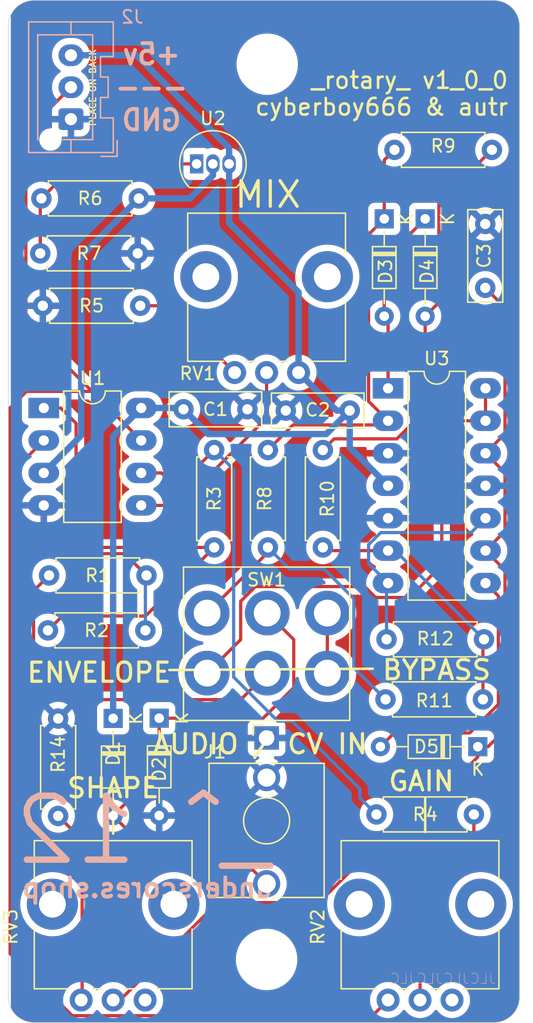
<source format=kicad_pcb>
(kicad_pcb (version 20221018) (generator pcbnew)
  (title_block (title "_rotary_") (date "2022-12-16") (rev "v0_1_2"))
  (layers (0 "F.Cu" signal) (31 "B.Cu" signal) (34 "B.Paste" user) (35 "F.Paste" user) (36 "B.SilkS" user "B.Silkscreen") (37 "F.SilkS" user "F.Silkscreen") (38 "B.Mask" user) (39 "F.Mask" user) (44 "Edge.Cuts" user))
  (net 0 "")
  (net 1 "GND")
  (net 2 "+5V")
  (net 3 "Net-(D5-K)")
  (net 4 "Net-(R2-Pad2)")
  (net 5 "Net-(R4-Pad2)")
  (net 6 "Net-(R5-Pad1)")
  (net 7 "+2.5V")
  (net 9 "Net-(D1-A)")
  (net 10 "Net-(D3-K)")
  (net 11 "Net-(D3-A)")
  (net 12 "Net-(D4-A)")
  (net 13 "Net-(D5-A)")
  (net 14 "Net-(J2-Pin_2)")
  (net 15 "Net-(U1A--)")
  (net 16 "Net-(SW1B-B)")
  (net 17 "Net-(U1B--)")
  (net 18 "Net-(U2-ADJ)")
  (net 19 "Net-(SW1A-A)")
  (net 20 "Net-(U3B--)")
  (net 21 "Net-(U3C-+)")
  (net 22 "Net-(R14-Pad2)")
  (net 23 "Net-(U1B-+)")
  (net 25 "Net-(SW1A-C)")
  (net 26 "Net-(SW1B-A)")
  (footprint "lib_fp:Jack_3.5mm_QingPu_WQP-PJ398SM_Vertical_CircularHoles" (layer "F.Cu") (at 100 117.72)
    (fp_text reference "J1" (at -4.03 1.08 180) (layer "F.SilkS"))
    (fp_text value "mono_jack_3.5mm")
    (pad "S" thru_hole rect (at 0 0 180) (size 1.93 1.83) (drill 1.22) (layers "*.Cu" "*.Mask") (net 1 "GND"))
    (pad "T" thru_hole circle (at 0 11.4 180) (size 2.13 2.13) (drill 1.43) (layers "*.Cu" "*.Mask") (net 9 "Net-(D1-A)"))
    (pad "TN" thru_hole circle (at 0 3.1 180) (size 2.13 2.13) (drill 1.42) (layers "*.Cu" "*.Mask") (net 1 "GND"))
  )
  (footprint "Resistor_THT:R_Axial_DIN0207_L6.3mm_D2.5mm_P7.62mm_Horizontal" (layer "F.Cu") (at 110 71.7)
    (fp_text reference "R9" (at 3.81 -0.3) (layer "F.SilkS"))
    (fp_text value "10k")
    (pad "1" thru_hole circle (at 0 0) (size 1.6 1.6) (drill 0.8) (layers "*.Cu" "*.Mask") (net 10 "Net-(D3-K)"))
    (pad "2" thru_hole oval (at 7.62 0) (size 1.6 1.6) (drill 0.8) (layers "*.Cu" "*.Mask") (net 12 "Net-(D4-A)"))
  )
  (footprint "Resistor_THT:R_Axial_DIN0207_L6.3mm_D2.5mm_P7.62mm_Horizontal" (layer "F.Cu") (at 109.3 114.7)
    (fp_text reference "R11" (at 3.81 0.1) (layer "F.SilkS"))
    (fp_text value "20k")
    (pad "1" thru_hole circle (at 0 0) (size 1.6 1.6) (drill 0.8) (layers "*.Cu" "*.Mask") (net 19 "Net-(SW1A-A)"))
    (pad "2" thru_hole oval (at 7.62 0) (size 1.6 1.6) (drill 0.8) (layers "*.Cu" "*.Mask") (net 20 "Net-(U3B--)"))
  )
  (footprint "Capacitor_THT:C_Disc_D7.0mm_W2.5mm_P5.00mm" (layer "F.Cu") (at 98.5 92 180)
    (fp_text reference "C1" (at 2.5 0) (layer "F.SilkS"))
    (fp_text value "0.1u")
    (pad "1" thru_hole circle (at 0 0 180) (size 1.6 1.6) (drill 0.8) (layers "*.Cu" "*.Mask") (net 1 "GND"))
    (pad "2" thru_hole circle (at 5 0 180) (size 1.6 1.6) (drill 0.8) (layers "*.Cu" "*.Mask") (net 2 "+5V"))
  )
  (footprint "Resistor_THT:R_Axial_DIN0207_L6.3mm_D2.5mm_P7.62mm_Horizontal" (layer "F.Cu") (at 104.4 95.19 -90)
    (fp_text reference "R10" (at 3.81 -0.35 90) (layer "F.SilkS"))
    (fp_text value "10k")
    (pad "1" thru_hole circle (at 0 0 270) (size 1.6 1.6) (drill 0.8) (layers "*.Cu" "*.Mask") (net 12 "Net-(D4-A)"))
    (pad "2" thru_hole oval (at 7.62 0 270) (size 1.6 1.6) (drill 0.8) (layers "*.Cu" "*.Mask") (net 20 "Net-(U3B--)"))
  )
  (footprint "Capacitor_THT:C_Disc_D7.0mm_W2.5mm_P5.00mm" (layer "F.Cu") (at 117.1 82.5 90)
    (fp_text reference "C3" (at 2.5 -0.1 90) (layer "F.SilkS"))
    (fp_text value "1u")
    (pad "1" thru_hole circle (at 0 0 90) (size 1.6 1.6) (drill 0.8) (layers "*.Cu" "*.Mask") (net 3 "Net-(D5-K)"))
    (pad "2" thru_hole circle (at 5 0 90) (size 1.6 1.6) (drill 0.8) (layers "*.Cu" "*.Mask") (net 1 "GND"))
  )
  (footprint "Resistor_THT:R_Axial_DIN0207_L6.3mm_D2.5mm_P7.62mm_Horizontal" (layer "F.Cu") (at 117 110 180)
    (fp_text reference "R12" (at 3.81 0.05) (layer "F.SilkS"))
    (fp_text value "20k")
    (pad "1" thru_hole circle (at 0 0 180) (size 1.6 1.6) (drill 0.8) (layers "*.Cu" "*.Mask") (net 20 "Net-(U3B--)"))
    (pad "2" thru_hole oval (at 7.62 0 180) (size 1.6 1.6) (drill 0.8) (layers "*.Cu" "*.Mask") (net 21 "Net-(U3C-+)"))
  )
  (footprint "MountingHole:MountingHole_4.3mm_M4" (layer "F.Cu") (at 100 135.05)
    (fp_text reference "REF**" hide)
    (fp_text value "MountingHole_4.3mm_M4" hide)
    (pad "" np_thru_hole circle (at 0 0) (size 4.3 4.3) (drill 4.3) (layers "*.Cu" "*.Mask"))
  )
  (footprint "Resistor_THT:R_Axial_DIN0207_L6.3mm_D2.5mm_P7.62mm_Horizontal" (layer "F.Cu") (at 95.9 102.81 90)
    (fp_text reference "R3" (at 3.81 0 90) (layer "F.SilkS"))
    (fp_text value "1k")
    (pad "1" thru_hole circle (at 0 0 90) (size 1.6 1.6) (drill 0.8) (layers "*.Cu" "*.Mask") (net 4 "Net-(R2-Pad2)"))
    (pad "2" thru_hole oval (at 7.62 0 90) (size 1.6 1.6) (drill 0.8) (layers "*.Cu" "*.Mask") (net 17 "Net-(U1B--)"))
  )
  (footprint "lib_fp:Potentiometer_Vertical_Large" (layer "F.Cu") (at 90.5 138.225 90)
    (fp_text reference "RV3" (at 5.725 -10.5 90) (layer "F.SilkS"))
    (fp_text value "100k")
    (pad "" np_thru_hole circle (at 7.5 -7.25 90) (size 4 4) (drill 2.1) (layers "F&B.Cu" "*.Mask"))
    (pad "" np_thru_hole circle (at 7.5 2.25 90) (size 4 4) (drill 2.1) (layers "F&B.Cu" "*.Mask"))
    (pad "1" thru_hole circle (at 0 0 90) (size 1.8 1.8) (drill 1) (layers "*.Cu" "*.Mask"))
    (pad "2" thru_hole circle (at 0 -2.5 90) (size 1.8 1.8) (drill 1) (layers "*.Cu" "*.Mask") (net 3 "Net-(D5-K)"))
    (pad "3" thru_hole circle (at 0 -5 90) (size 1.8 1.8) (drill 1) (layers "*.Cu" "*.Mask") (net 22 "Net-(R14-Pad2)"))
  )
  (footprint "Diode_THT:D_DO-34_SOD68_P7.62mm_Horizontal" (layer "F.Cu") (at 112.4 77.1 -90)
    (fp_text reference "D4" (at 4.12 -0.15 90) (layer "F.SilkS"))
    (fp_text value "1n4148")
    (fp_text user "K" (at 0 -1.75 90) (layer "F.SilkS"))
    (pad "1" thru_hole rect (at 0 0 270) (size 1.5 1.5) (drill 0.75) (layers "*.Cu" "*.Mask") (net 11 "Net-(D3-A)"))
    (pad "2" thru_hole oval (at 7.62 0 270) (size 1.5 1.5) (drill 0.75) (layers "*.Cu" "*.Mask") (net 12 "Net-(D4-A)"))
  )
  (footprint "Capacitor_THT:C_Disc_D7.0mm_W2.5mm_P5.00mm" (layer "F.Cu") (at 101.5 92.1)
    (fp_text reference "C2" (at 2.5 -0.05) (layer "F.SilkS"))
    (fp_text value "0.1u")
    (pad "1" thru_hole circle (at 0 0) (size 1.6 1.6) (drill 0.8) (layers "*.Cu" "*.Mask") (net 1 "GND"))
    (pad "2" thru_hole circle (at 5 0) (size 1.6 1.6) (drill 0.8) (layers "*.Cu" "*.Mask") (net 2 "+5V"))
  )
  (footprint "Package_DIP:DIP-8_W7.62mm_LongPads" (layer "F.Cu") (at 82.575 91.9)
    (fp_text reference "U1" (at 3.81 -2.33) (layer "F.SilkS"))
    (fp_text value "TLV2372")
    (pad "1" thru_hole rect (at 0 0) (size 2.4 1.6) (drill 0.8) (layers "*.Cu" "*.Mask") (net 4 "Net-(R2-Pad2)"))
    (pad "2" thru_hole oval (at 0 2.54) (size 2.4 1.6) (drill 0.8) (layers "*.Cu" "*.Mask") (net 15 "Net-(U1A--)"))
    (pad "3" thru_hole oval (at 0 5.08) (size 2.4 1.6) (drill 0.8) (layers "*.Cu" "*.Mask") (net 7 "+2.5V"))
    (pad "4" thru_hole oval (at 0 7.62) (size 2.4 1.6) (drill 0.8) (layers "*.Cu" "*.Mask") (net 1 "GND"))
    (pad "5" thru_hole oval (at 7.62 7.62) (size 2.4 1.6) (drill 0.8) (layers "*.Cu" "*.Mask") (net 23 "Net-(U1B-+)"))
    (pad "6" thru_hole oval (at 7.62 5.08) (size 2.4 1.6) (drill 0.8) (layers "*.Cu" "*.Mask") (net 17 "Net-(U1B--)"))
    (pad "7" thru_hole oval (at 7.62 2.54) (size 2.4 1.6) (drill 0.8) (layers "*.Cu" "*.Mask") (net 14 "Net-(J2-Pin_2)"))
    (pad "8" thru_hole oval (at 7.62 0) (size 2.4 1.6) (drill 0.8) (layers "*.Cu" "*.Mask") (net 2 "+5V"))
  )
  (footprint "Resistor_THT:R_Axial_DIN0207_L6.3mm_D2.5mm_P7.62mm_Horizontal" (layer "F.Cu") (at 100.1 102.81 90)
    (fp_text reference "R8" (at 3.81 -0.25 90) (layer "F.SilkS"))
    (fp_text value "10k")
    (pad "1" thru_hole circle (at 0 0 90) (size 1.6 1.6) (drill 0.8) (layers "*.Cu" "*.Mask") (net 19 "Net-(SW1A-A)"))
    (pad "2" thru_hole oval (at 7.62 0 90) (size 1.6 1.6) (drill 0.8) (layers "*.Cu" "*.Mask") (net 10 "Net-(D3-K)"))
  )
  (footprint "MountingHole:MountingHole_4.3mm_M4" (layer "F.Cu") (at 100.05 65)
    (fp_text reference "REF**" hide)
    (fp_text value "MountingHole_4.3mm_M4" hide)
    (pad "" np_thru_hole circle (at 0 0) (size 4.3 4.3) (drill 4.3) (layers "*.Cu" "*.Mask"))
  )
  (footprint "Resistor_THT:R_Axial_DIN0207_L6.3mm_D2.5mm_P7.62mm_Horizontal" (layer "F.Cu") (at 83.7 116.2 -90)
    (fp_text reference "R14" (at 2.8 0 90) (layer "F.SilkS"))
    (fp_text value "10k")
    (pad "1" thru_hole circle (at 0 0 270) (size 1.6 1.6) (drill 0.8) (layers "*.Cu" "*.Mask") (net 1 "GND"))
    (pad "2" thru_hole oval (at 7.62 0 270) (size 1.6 1.6) (drill 0.8) (layers "*.Cu" "*.Mask") (net 22 "Net-(R14-Pad2)"))
  )
  (footprint "Resistor_THT:R_Axial_DIN0207_L6.3mm_D2.5mm_P7.62mm_Horizontal" (layer "F.Cu") (at 82.99 105)
    (fp_text reference "R1" (at 3.8 0) (layer "F.SilkS"))
    (fp_text value "1k")
    (pad "1" thru_hole circle (at 0 0) (size 1.6 1.6) (drill 0.8) (layers "*.Cu" "*.Mask") (net 16 "Net-(SW1B-B)"))
    (pad "2" thru_hole oval (at 7.62 0) (size 1.6 1.6) (drill 0.8) (layers "*.Cu" "*.Mask") (net 15 "Net-(U1A--)"))
  )
  (footprint "Package_TO_SOT_THT:TO-92_Inline" (layer "F.Cu") (at 94.53 72.8)
    (fp_text reference "U2" (at 1.27 -3.56) (layer "F.SilkS"))
    (fp_text value "LM317")
    (pad "1" thru_hole rect (at 0 0) (size 1.05 1.5) (drill 0.75) (layers "*.Cu" "*.Mask") (net 18 "Net-(U2-ADJ)"))
    (pad "2" thru_hole oval (at 1.27 0) (size 1.05 1.5) (drill 0.75) (layers "*.Cu" "*.Mask") (net 7 "+2.5V"))
    (pad "3" thru_hole oval (at 2.54 0) (size 1.05 1.5) (drill 0.75) (layers "*.Cu" "*.Mask") (net 2 "+5V"))
  )
  (footprint "lib_fp:dpdt_mini_toggle_switch_tayda" (layer "F.Cu") (at 100 100.845)
    (fp_text reference "SW1" (at 0 4.5) (layer "F.SilkS"))
    (fp_text value "SW_DPDT_x2")
    (pad "1" thru_hole circle (at -4.65 7.1) (size 3.5 3.5) (drill 2.1) (layers "*.Cu" "*.Mask") (net 19 "Net-(SW1A-A)"))
    (pad "2" thru_hole circle (at 0.05 7.1) (size 3.5 3.5) (drill 2.1) (layers "*.Cu" "*.Mask") (net 9 "Net-(D1-A)"))
    (pad "3" thru_hole circle (at 4.75 7.1) (size 3.5 3.5) (drill 2.1) (layers "*.Cu" "*.Mask") (net 25 "Net-(SW1A-C)"))
    (pad "4" thru_hole circle (at -4.65 11.8) (size 3.5 3.5) (drill 2.1) (layers "*.Cu" "*.Mask") (net 26 "Net-(SW1B-A)"))
    (pad "5" thru_hole circle (at 0.05 11.8) (size 3.5 3.5) (drill 2.1) (layers "*.Cu" "*.Mask") (net 16 "Net-(SW1B-B)"))
    (pad "6" thru_hole circle (at 4.75 11.8) (size 3.5 3.5) (drill 2.1) (layers "*.Cu" "*.Mask") (net 25 "Net-(SW1A-C)"))
  )
  (footprint "Diode_THT:D_DO-34_SOD68_P7.62mm_Horizontal" (layer "F.Cu") (at 109.2 77.1 -90)
    (fp_text reference "D3" (at 4.12 -0.1 90) (layer "F.SilkS"))
    (fp_text value "1n4148")
    (fp_text user "K" (at 0 -1.75 90) (layer "F.SilkS"))
    (pad "1" thru_hole rect (at 0 0 270) (size 1.5 1.5) (drill 0.75) (layers "*.Cu" "*.Mask") (net 10 "Net-(D3-K)"))
    (pad "2" thru_hole oval (at 7.62 0 270) (size 1.5 1.5) (drill 0.75) (layers "*.Cu" "*.Mask") (net 11 "Net-(D3-A)"))
  )
  (footprint "Resistor_THT:R_Axial_DIN0207_L6.3mm_D2.5mm_P7.62mm_Horizontal" (layer "F.Cu") (at 90.12 83.9 180)
    (fp_text reference "R5" (at 3.81 0) (layer "F.SilkS"))
    (fp_text value "1k")
    (pad "1" thru_hole circle (at 0 0 180) (size 1.6 1.6) (drill 0.8) (layers "*.Cu" "*.Mask") (net 6 "Net-(R5-Pad1)"))
    (pad "2" thru_hole oval (at 7.62 0 180) (size 1.6 1.6) (drill 0.8) (layers "*.Cu" "*.Mask") (net 1 "GND"))
  )
  (footprint "Diode_THT:D_DO-34_SOD68_P7.62mm_Horizontal" (layer "F.Cu") (at 116.52 118.4 180)
    (fp_text reference "D5" (at 4.02 0) (layer "F.SilkS"))
    (fp_text value "1n4148")
    (fp_text user "K" (at 0 -1.75) (layer "F.SilkS"))
    (pad "1" thru_hole rect (at 0 0 180) (size 1.5 1.5) (drill 0.75) (layers "*.Cu" "*.Mask") (net 3 "Net-(D5-K)"))
    (pad "2" thru_hole oval (at 7.62 0 180) (size 1.5 1.5) (drill 0.75) (layers "*.Cu" "*.Mask") (net 13 "Net-(D5-A)"))
  )
  (footprint "lib_fp:Potentiometer_Vertical_Large" (layer "F.Cu") (at 114.5 138.225 90)
    (fp_text reference "RV2" (at 5.725 -10.5 90) (layer "F.SilkS"))
    (fp_text value "5k_trim")
    (pad "" np_thru_hole circle (at 7.5 -7.25 90) (size 4 4) (drill 2.1) (layers "F&B.Cu" "*.Mask"))
    (pad "" np_thru_hole circle (at 7.5 2.25 90) (size 4 4) (drill 2.1) (layers "F&B.Cu" "*.Mask"))
    (pad "1" thru_hole circle (at 0 0 90) (size 1.8 1.8) (drill 1) (layers "*.Cu" "*.Mask"))
    (pad "2" thru_hole circle (at 0 -2.5 90) (size 1.8 1.8) (drill 1) (layers "*.Cu" "*.Mask") (net 5 "Net-(R4-Pad2)"))
    (pad "3" thru_hole circle (at 0 -5 90) (size 1.8 1.8) (drill 1) (layers "*.Cu" "*.Mask") (net 14 "Net-(J2-Pin_2)"))
  )
  (footprint "Resistor_THT:R_Axial_DIN0207_L6.3mm_D2.5mm_P7.62mm_Horizontal" (layer "F.Cu") (at 90.01 75.5 180)
    (fp_text reference "R6" (at 3.81 0) (layer "F.SilkS"))
    (fp_text value "100")
    (pad "1" thru_hole circle (at 0 0 180) (size 1.6 1.6) (drill 0.8) (layers "*.Cu" "*.Mask") (net 7 "+2.5V"))
    (pad "2" thru_hole oval (at 7.62 0 180) (size 1.6 1.6) (drill 0.8) (layers "*.Cu" "*.Mask") (net 18 "Net-(U2-ADJ)"))
  )
  (footprint "Package_DIP:DIP-14_W7.62mm_LongPads" (layer "F.Cu") (at 109.5 90.36)
    (fp_text reference "U3" (at 3.81 -2.33) (layer "F.SilkS"))
    (fp_text value "TLV2374")
    (pad "1" thru_hole rect (at 0 0) (size 2.4 1.6) (drill 0.8) (layers "*.Cu" "*.Mask") (net 11 "Net-(D3-A)"))
    (pad "2" thru_hole oval (at 0 2.54) (size 2.4 1.6) (drill 0.8) (layers "*.Cu" "*.Mask") (net 10 "Net-(D3-K)"))
    (pad "3" thru_hole oval (at 0 5.08) (size 2.4 1.6) (drill 0.8) (layers "*.Cu" "*.Mask") (net 1 "GND"))
    (pad "4" thru_hole oval (at 0 7.62) (size 2.4 1.6) (drill 0.8) (layers "*.Cu" "*.Mask") (net 2 "+5V"))
    (pad "5" thru_hole oval (at 0 10.16) (size 2.4 1.6) (drill 0.8) (layers "*.Cu" "*.Mask") (net 1 "GND"))
    (pad "6" thru_hole oval (at 0 12.7) (size 2.4 1.6) (drill 0.8) (layers "*.Cu" "*.Mask") (net 20 "Net-(U3B--)"))
    (pad "7" thru_hole oval (at 0 15.24) (size 2.4 1.6) (drill 0.8) (layers "*.Cu" "*.Mask") (net 21 "Net-(U3C-+)"))
    (pad "8" thru_hole oval (at 7.62 15.24) (size 2.4 1.6) (drill 0.8) (layers "*.Cu" "*.Mask") (net 13 "Net-(D5-A)"))
    (pad "9" thru_hole oval (at 7.62 12.7) (size 2.4 1.6) (drill 0.8) (layers "*.Cu" "*.Mask") (net 3 "Net-(D5-K)"))
    (pad "10" thru_hole oval (at 7.62 10.16) (size 2.4 1.6) (drill 0.8) (layers "*.Cu" "*.Mask") (net 21 "Net-(U3C-+)"))
    (pad "11" thru_hole oval (at 7.62 7.62) (size 2.4 1.6) (drill 0.8) (layers "*.Cu" "*.Mask") (net 1 "GND"))
    (pad "12" thru_hole oval (at 7.62 5.08) (size 2.4 1.6) (drill 0.8) (layers "*.Cu" "*.Mask") (net 3 "Net-(D5-K)"))
    (pad "13" thru_hole oval (at 7.62 2.54) (size 2.4 1.6) (drill 0.8) (layers "*.Cu" "*.Mask") (net 26 "Net-(SW1B-A)"))
    (pad "14" thru_hole oval (at 7.62 0) (size 2.4 1.6) (drill 0.8) (layers "*.Cu" "*.Mask") (net 26 "Net-(SW1B-A)"))
  )
  (footprint "lib_fp:Potentiometer_Vertical_Large" (layer "F.Cu") (at 102.5 89.125 90)
    (fp_text reference "RV1" (at -0.075 -7.9 180) (layer "F.SilkS"))
    (fp_text value "1k_pot")
    (pad "" np_thru_hole circle (at 7.5 -7.25 90) (size 4 4) (drill 2.1) (layers "F&B.Cu" "*.Mask"))
    (pad "" np_thru_hole circle (at 7.5 2.25 90) (size 4 4) (drill 2.1) (layers "F&B.Cu" "*.Mask"))
    (pad "1" thru_hole circle (at 0 0 90) (size 1.8 1.8) (drill 1) (layers "*.Cu" "*.Mask") (net 2 "+5V"))
    (pad "2" thru_hole circle (at 0 -2.5 90) (size 1.8 1.8) (drill 1) (layers "*.Cu" "*.Mask") (net 23 "Net-(U1B-+)"))
    (pad "3" thru_hole circle (at 0 -5 90) (size 1.8 1.8) (drill 1) (layers "*.Cu" "*.Mask") (net 6 "Net-(R5-Pad1)"))
  )
  (footprint "Resistor_THT:R_Axial_DIN0207_L6.3mm_D2.5mm_P7.62mm_Horizontal" (layer "F.Cu") (at 108.59 123.7)
    (fp_text reference "R4" (at 3.81 0) (layer "F.SilkS"))
    (fp_text value "1k")
    (pad "1" thru_hole circle (at 0 0) (size 1.6 1.6) (drill 0.8) (layers "*.Cu" "*.Mask") (net 17 "Net-(U1B--)"))
    (pad "2" thru_hole oval (at 7.62 0) (size 1.6 1.6) (drill 0.8) (layers "*.Cu" "*.Mask") (net 5 "Net-(R4-Pad2)"))
  )
  (footprint "Diode_THT:D_DO-34_SOD68_P7.62mm_Horizontal" (layer "F.Cu") (at 91.6 116.17 -90)
    (fp_text reference "D2" (at 4 0 -270) (layer "F.SilkS"))
    (fp_text value "bat46")
    (fp_text user "K" (at 0 -1.75 -270) (layer "F.SilkS"))
    (pad "1" thru_hole rect (at 0 0 270) (size 1.5 1.5) (drill 0.75) (layers "*.Cu" "*.Mask") (net 9 "Net-(D1-A)"))
    (pad "2" thru_hole oval (at 7.62 0 270) (size 1.5 1.5) (drill 0.75) (layers "*.Cu" "*.Mask") (net 1 "GND"))
  )
  (footprint "Diode_THT:D_DO-34_SOD68_P7.62mm_Horizontal" (layer "F.Cu") (at 88 116.185 -90)
    (fp_text reference "D1" (at 2.746 0 -270) (layer "F.SilkS"))
    (fp_text value "bat46")
    (fp_text user "K" (at 0 -1.75 -270) (layer "F.SilkS"))
    (pad "1" thru_hole rect (at 0 0 270) (size 1.5 1.5) (drill 0.75) (layers "*.Cu" "*.Mask") (net 2 "+5V"))
    (pad "2" thru_hole oval (at 7.62 0 270) (size 1.5 1.5) (drill 0.75) (layers "*.Cu" "*.Mask") (net 9 "Net-(D1-A)"))
  )
  (footprint "Resistor_THT:R_Axial_DIN0207_L6.3mm_D2.5mm_P7.62mm_Horizontal" (layer "F.Cu") (at 90.52 109.3 180)
    (fp_text reference "R2" (at 3.81 0) (layer "F.SilkS"))
    (fp_text value "1k")
    (pad "1" thru_hole circle (at 0 0 180) (size 1.6 1.6) (drill 0.8) (layers "*.Cu" "*.Mask") (net 15 "Net-(U1A--)"))
    (pad "2" thru_hole oval (at 7.62 0 180) (size 1.6 1.6) (drill 0.8) (layers "*.Cu" "*.Mask") (net 4 "Net-(R2-Pad2)"))
  )
  (footprint "Resistor_THT:R_Axial_DIN0207_L6.3mm_D2.5mm_P7.62mm_Horizontal" (layer "F.Cu") (at 82.3 79.8)
    (fp_text reference "R7" (at 3.81 0) (layer "F.SilkS"))
    (fp_text value "100")
    (pad "1" thru_hole circle (at 0 0) (size 1.6 1.6) (drill 0.8) (layers "*.Cu" "*.Mask") (net 18 "Net-(U2-ADJ)"))
    (pad "2" thru_hole oval (at 7.62 0) (size 1.6 1.6) (drill 0.8) (layers "*.Cu" "*.Mask") (net 1 "GND"))
  )
  (footprint "Connector_JST:JST_XA_B03B-XASK-1-A_1x03_P2.50mm_Vertical" (layer "B.Cu") (at 84.7 69.3 90)
    (fp_text reference "J2" (at 8 4.8) (layer "B.SilkS") (effects (justify mirror)))
    (fp_text value "jst_xa_3")
    (pad "" np_thru_hole circle (at -1.6 -1.6 90) (size 1.25 1.25) (drill 1.25) (layers "*.Cu" "*.Mask"))
    (pad "1" thru_hole roundrect (at 0 0 90) (size 1.7 1.95) (drill 0.95) (layers "*.Cu" "*.Mask") (roundrect_rratio 0.1470588235) (net 1 "GND"))
    (pad "2" thru_hole oval (at 2.5 0 90) (size 1.7 1.95) (drill 0.95) (layers "*.Cu" "*.Mask") (net 14 "Net-(J2-Pin_2)"))
    (pad "3" thru_hole oval (at 5 0 90) (size 1.7 1.95) (drill 0.95) (layers "*.Cu" "*.Mask") (net 2 "+5V"))
  )
  (gr_line (start 108.3 112.3) (end 92.4 112.4) (stroke (width 0.2)) (layer "F.SilkS"))
  (gr_line (start 88 122.5) (end 88 122.5) (stroke (width 0.2)) (layer "F.SilkS"))
  (gr_line (start 112.4 125.07) (end 112.4 122.37) (stroke (width 0.2)) (layer "F.SilkS"))
  (gr_line (start 88 125.2) (end 88 122.5) (stroke (width 0.2)) (layer "F.SilkS"))
  (gr_arc (start 81.8 139.985786) (mid 80.385786 139.4) (end 79.8 137.985786) (stroke (width 0.05)) (layer "Edge.Cuts"))
  (gr_arc (start 117.785786 60) (mid 119.2 60.585786) (end 119.785786 62) (stroke (width 0.05)) (layer "Edge.Cuts"))
  (gr_line (start 81.8 60) (end 117.785786 60) (stroke (width 0.05)) (layer "Edge.Cuts"))
  (gr_arc (start 119.785786 137.985786) (mid 119.2 139.4) (end 117.785786 139.985786) (stroke (width 0.05)) (layer "Edge.Cuts"))
  (gr_line (start 79.8 137.985786) (end 79.8 61.985786) (stroke (width 0.05)) (layer "Edge.Cuts"))
  (gr_arc (start 79.8 61.985786) (mid 80.390802 60.580766) (end 81.8 60) (stroke (width 0.05)) (layer "Edge.Cuts"))
  (gr_line (start 119.785786 137.985786) (end 119.785786 62) (stroke (width 0.05)) (layer "Edge.Cuts"))
  (gr_line (start 81.8 139.985786) (end 117.785786 139.985786) (stroke (width 0.05)) (layer "Edge.Cuts"))
  (gr_text "JLCJLCJLCJLC" (at 113.8 136.55) (layer "B.SilkS") (effects (font (size 0.81 0.81) (thickness 0.04)) (justify mirror)))
  (gr_text "_^ 12" (at 90.3 124.95) (layer "B.SilkS") (effects (font (size 5 5) (thickness 0.5)) (justify mirror)))
  (gr_text "+5v\n---\nGND" (at 91 66.8) (layer "B.SilkS") (effects (font (size 1.6 1.5) (thickness 0.3)) (justify mirror)))
  (gr_text "underscores.shop" (at 90.7 129.45) (layer "B.SilkS") (effects (font (size 1.5 1.5) (thickness 0.3)) (justify mirror)))
  (gr_text "AUDIO / CV IN" (at 99.5 118.2) (layer "F.SilkS") (effects (font (size 1.5 1.5) (thickness 0.25))))
  (gr_text "ENVELOPE" (at 86.9 112.6) (layer "F.SilkS") (effects (font (size 1.5 1.5) (thickness 0.25))))
  (gr_text "SHAPE" (at 88 121.635) (layer "F.SilkS") (effects (font (size 1.5 1.5) (thickness 0.25))))
  (gr_text "BYPASS" (at 113.3 112.4) (layer "F.SilkS") (effects (font (size 1.5 1.5) (thickness 0.25))))
  (gr_text "PLACE ON BACK" (at 86.7 69.9 90) (layer "F.SilkS") (effects (font (size 0.5 0.5) (thickness 0.1) bold) (justify left bottom)))
  (gr_text "GAIN" (at 112.1 121.1) (layer "F.SilkS") (effects (font (size 1.5 1.5) (thickness 0.25))))
  (gr_text "_rotary_ v1_0_0\ncyberboy666 & autr" (at 119 67.3) (layer "F.SilkS") (effects (font (size 1.3 1.3) (thickness 0.2)) (justify right)))
  (gr_text "MIX" (at 100.1 75.2) (layer "F.SilkS") (effects (font (size 2 2) (thickness 0.25))))
  (segment (start 97.07 72.8) (end 97.07 77.409824) (width 0.5) (layer "B.Cu") (net 2))
  (segment (start 97.07 77.409824) (end 102.5 82.839824) (width 0.5) (layer "B.Cu") (net 2))
  (segment (start 88 94.095) (end 90.195 91.9) (width 0.5) (layer "B.Cu") (net 2))
  (segment (start 105.475 92.1) (end 106.5 92.1) (width 0.5) (layer "B.Cu") (net 2))
  (segment (start 88 116.185) (end 88 94.095) (width 0.5) (layer "B.Cu") (net 2))
  (segment (start 95.44 93.94) (end 104.66 93.94) (width 0.5) (layer "B.Cu") (net 2))
  (segment (start 104.66 93.94) (end 106.5 92.1) (width 0.5) (layer "B.Cu") (net 2))
  (segment (start 93.4 91.9) (end 93.5 92) (width 0.5) (layer "B.Cu") (net 2))
  (segment (start 93.5 92) (end 95.44 93.94) (width 0.5) (layer "B.Cu") (net 2))
  (segment (start 97.07 71.55) (end 97.07 72.8) (width 0.5) (layer "B.Cu") (net 2))
  (segment (start 102.5 82.839824) (end 102.5 89.125) (width 0.5) (layer "B.Cu") (net 2))
  (segment (start 89.82 64.3) (end 97.07 71.55) (width 0.5) (layer "B.Cu") (net 2))
  (segment (start 102.5 89.125) (end 105.475 92.1) (width 0.5) (layer "B.Cu") (net 2))
  (segment (start 90.195 91.9) (end 93.4 91.9) (width 0.5) (layer "B.Cu") (net 2))
  (segment (start 109.5 97.98) (end 106.5 94.98) (width 0.5) (layer "B.Cu") (net 2))
  (segment (start 106.5 94.98) (end 106.5 92.1) (width 0.5) (layer "B.Cu") (net 2))
  (segment (start 84.7 64.3) (end 89.82 64.3) (width 0.5) (layer "B.Cu") (net 2))
  (segment (start 116.52 118.4) (end 117.32 118.4) (width 0.25) (layer "F.Cu") (net 3))
  (segment (start 104.086953 130.6) (end 107.286953 127.4) (width 0.25) (layer "F.Cu") (net 3))
  (segment (start 118.645 84.045) (end 117.1 82.5) (width 0.25) (layer "F.Cu") (net 3))
  (segment (start 118.645 101.535) (end 118.645 96.965) (width 0.25) (layer "F.Cu") (net 3))
  (segment (start 117.12 95.44) (end 118.645 93.915) (width 0.25) (layer "F.Cu") (net 3))
  (segment (start 88 138.225) (end 88.538047 138.225) (width 0.25) (layer "F.Cu") (net 3))
  (segment (start 113.3 127.4) (end 114.1 126.6) (width 0.25) (layer "F.Cu") (net 3))
  (segment (start 114.1 121.62) (end 116.52 119.2) (width 0.25) (layer "F.Cu") (net 3))
  (segment (start 116.52 119.2) (end 116.52 118.4) (width 0.25) (layer "F.Cu") (net 3))
  (segment (start 117.32 118.4) (end 118.645 117.075) (width 0.25) (layer "F.Cu") (net 3))
  (segment (start 118.645 104.585) (end 117.12 103.06) (width 0.25) (layer "F.Cu") (net 3))
  (segment (start 118.645 93.915) (end 118.645 84.045) (width 0.25) (layer "F.Cu") (net 3))
  (segment (start 118.645 117.075) (end 118.645 104.585) (width 0.25) (layer "F.Cu") (net 3))
  (segment (start 107.286953 127.4) (end 113.3 127.4) (width 0.25) (layer "F.Cu") (net 3))
  (segment (start 117.12 103.06) (end 118.645 101.535) (width 0.25) (layer "F.Cu") (net 3))
  (segment (start 88.538047 138.225) (end 96.163047 130.6) (width 0.25) (layer "F.Cu") (net 3))
  (segment (start 118.645 96.965) (end 117.12 95.44) (width 0.25) (layer "F.Cu") (net 3))
  (segment (start 96.163047 130.6) (end 104.086953 130.6) (width 0.25) (layer "F.Cu") (net 3))
  (segment (start 114.1 126.6) (end 114.1 121.62) (width 0.25) (layer "F.Cu") (net 3))
  (segment (start 82.9 109.3) (end 84.025 108.175) (width 0.25) (layer "F.Cu") (net 4))
  (segment (start 83.9 91.9) (end 82.575 91.9) (width 0.25) (layer "F.Cu") (net 4))
  (segment (start 85.1 101.7) (end 85.1 93.1) (width 0.25) (layer "F.Cu") (net 4))
  (segment (start 86.21 102.81) (end 85.1 101.7) (width 0.25) (layer "F.Cu") (net 4))
  (segment (start 95.9 102.81) (end 86.21 102.81) (width 0.25) (layer "F.Cu") (net 4))
  (segment (start 85.1 93.1) (end 83.9 91.9) (width 0.25) (layer "F.Cu") (net 4))
  (segment (start 90.535 108.175) (end 95.9 102.81) (width 0.25) (layer "F.Cu") (net 4))
  (segment (start 84.025 108.175) (end 90.535 108.175) (width 0.25) (layer "F.Cu") (net 4))
  (segment (start 112 138.9) (end 112 138.225) (width 0.25) (layer "F.Cu") (net 5))
  (segment (start 112.8 128.4) (end 112 129.2) (width 0.25) (layer "F.Cu") (net 5))
  (segment (start 112.936396 128.4) (end 116.21 125.126396) (width 0.25) (layer "F.Cu") (net 5))
  (segment (start 116.21 125.126396) (end 116.21 123.7) (width 0.25) (layer "F.Cu") (net 5))
  (segment (start 112 129.2) (end 112 138.225) (width 0.25) (layer "F.Cu") (net 5))
  (segment (start 112.936396 128.4) (end 112.8 128.4) (width 0.25) (layer "F.Cu") (net 5))
  (segment (start 92.275 83.9) (end 97.5 89.125) (width 0.25) (layer "F.Cu") (net 6))
  (segment (start 90.12 83.9) (end 92.275 83.9) (width 0.25) (layer "F.Cu") (net 6))
  (segment (start 95.8 73.705) (end 94.005 75.5) (width 0.5) (layer "B.Cu") (net 7))
  (segment (start 85.5 80.01) (end 85.5 94.055) (width 0.5) (layer "B.Cu") (net 7))
  (segment (start 85.5 94.055) (end 82.575 96.98) (width 0.5) (layer "B.Cu") (net 7))
  (segment (start 95.8 72.8) (end 95.8 73.705) (width 0.5) (layer "B.Cu") (net 7))
  (segment (start 90.01 75.5) (end 85.5 80.01) (width 0.5) (layer "B.Cu") (net 7))
  (segment (start 94.005 75.5) (end 90.01 75.5) (width 0.5) (layer "B.Cu") (net 7))
  (segment (start 102.125 113.775) (end 99.73 116.17) (width 0.25) (layer "F.Cu") (net 9))
  (segment (start 100 129.12) (end 98.935 128.055) (width 0.25) (layer "F.Cu") (net 9))
  (segment (start 100.05 107.945) (end 102.125 110.02) (width 0.25) (layer "F.Cu") (net 9))
  (segment (start 99.73 116.17) (end 91.6 116.17) (width 0.25) (layer "F.Cu") (net 9))
  (segment (start 91.6 116.17) (end 91.6 120.205) (width 0.25) (layer "F.Cu") (net 9))
  (segment (start 92.25 128.055) (end 88 123.805) (width 0.25) (layer "F.Cu") (net 9))
  (segment (start 98.935 128.055) (end 92.25 128.055) (width 0.25) (layer "F.Cu") (net 9))
  (segment (start 102.125 110.02) (end 102.125 113.775) (width 0.25) (layer "F.Cu") (net 9))
  (segment (start 91.6 120.205) (end 88 123.805) (width 0.25) (layer "F.Cu") (net 9))
  (segment (start 109.175 93.225) (end 109.5 92.9) (width 0.25) (layer "F.Cu") (net 10))
  (segment (start 102.065 93.225) (end 109.175 93.225) (width 0.25) (layer "F.Cu") (net 10))
  (segment (start 109.2 77.1) (end 109.200001 72.499999) (width 0.25) (layer "F.Cu") (net 10))
  (segment (start 100.1 95.19) (end 102.065 93.225) (width 0.25) (layer "F.Cu") (net 10))
  (segment (start 109.200001 72.499999) (end 110 71.7) (width 0.25) (layer "F.Cu") (net 10))
  (segment (start 109.5 92.9) (end 107.975 91.375) (width 0.25) (layer "F.Cu") (net 10))
  (segment (start 107.975 78.325) (end 109.2 77.1) (width 0.25) (layer "F.Cu") (net 10))
  (segment (start 107.975 91.375) (end 107.975 78.325) (width 0.25) (layer "F.Cu") (net 10))
  (segment (start 109.2 84.72) (end 109.2 80.3) (width 0.25) (layer "F.Cu") (net 11))
  (segment (start 109.5 90.36) (end 109.5 85.02) (width 0.25) (layer "F.Cu") (net 11))
  (segment (start 109.5 85.02) (end 109.2 84.72) (width 0.25) (layer "F.Cu") (net 11))
  (segment (start 109.2 80.3) (end 112.4 77.1) (width 0.25) (layer "F.Cu") (net 11))
  (segment (start 110.185 94.315) (end 112.4 92.1) (width 0.25) (layer "F.Cu") (net 12))
  (segment (start 112.4 84.72) (end 113.475 83.645) (width 0.25) (layer "F.Cu") (net 12))
  (segment (start 113.475 83.645) (end 113.475 75.845) (width 0.25) (layer "F.Cu") (net 12))
  (segment (start 113.475 75.845) (end 117.62 71.7) (width 0.25) (layer "F.Cu") (net 12))
  (segment (start 112.4 92.1) (end 112.4 84.72) (width 0.25) (layer "F.Cu") (net 12))
  (segment (start 105.275 94.315) (end 110.185 94.315) (width 0.25) (layer "F.Cu") (net 12))
  (segment (start 104.4 95.19) (end 105.275 94.315) (width 0.25) (layer "F.Cu") (net 12))
  (segment (start 115.885991 117.325) (end 118.125 115.085991) (width 0.25) (layer "F.Cu") (net 13))
  (segment (start 118.125 115.085991) (end 118.125 106.605) (width 0.25) (layer "F.Cu") (net 13))
  (segment (start 109.975 117.325) (end 115.885991 117.325) (width 0.25) (layer "F.Cu") (net 13))
  (segment (start 108.9 118.4) (end 109.975 117.325) (width 0.25) (layer "F.Cu") (net 13))
  (segment (start 118.125 106.605) (end 117.12 105.6) (width 0.25) (layer "F.Cu") (net 13))
  (segment (start 109.5 138.225) (end 108.275 139.45) (width 0.25) (layer "F.Cu") (net 14))
  (segment (start 86.355 90.6) (end 90.195 94.44) (width 0.25) (layer "F.Cu") (net 14))
  (segment (start 81.175 70.325) (end 84.7 66.8) (width 0.25) (layer "F.Cu") (net 14))
  (segment (start 79.95 134.6) (end 79.95 91.875) (width 0.25) (layer "F.Cu") (net 14))
  (segment (start 81.225 90.6) (end 86.355 90.6) (width 0.25) (layer "F.Cu") (net 14))
  (segment (start 90.195 94.44) (end 81.175 85.42) (width 0.25) (layer "F.Cu") (net 14))
  (segment (start 84.8 139.45) (end 79.95 134.6) (width 0.25) (layer "F.Cu") (net 14))
  (segment (start 81.175 85.42) (end 81.175 70.325) (width 0.25) (layer "F.Cu") (net 14))
  (segment (start 79.95 91.875) (end 81.225 90.6) (width 0.25) (layer "F.Cu") (net 14))
  (segment (start 108.275 139.45) (end 84.8 139.45) (width 0.25) (layer "F.Cu") (net 14))
  (segment (start 90.61 105) (end 89 103.39) (width 0.25) (layer "F.Cu") (net 15))
  (segment (start 80.4 96.615) (end 82.575 94.44) (width 0.25) (layer "F.Cu") (net 15))
  (segment (start 89 103.3) (end 81.2 103.3) (width 0.25) (layer "F.Cu") (net 15))
  (segment (start 80.5 102.6) (end 80.4 102.6) (width 0.25) (layer "F.Cu") (net 15))
  (segment (start 81.2 103.3) (end 80.5 102.6) (width 0.25) (layer "F.Cu") (net 15))
  (segment (start 89 103.39) (end 89 103.3) (width 0.25) (layer "F.Cu") (net 15))
  (segment (start 80.4 102.6) (end 80.4 96.615) (width 0.25) (layer "F.Cu") (net 15))
  (segment (start 90.52 109.3) (end 90.52 105.09) (width 0.25) (layer "B.Cu") (net 15))
  (segment (start 90.52 105.09) (end 90.61 105) (width 0.25) (layer "B.Cu") (net 15))
  (segment (start 81.775 112.675) (end 81.775 106.215) (width 0.25) (layer "F.Cu") (net 16))
  (segment (start 83.82 114.72) (end 81.775 112.675) (width 0.25) (layer "F.Cu") (net 16))
  (segment (start 97.975 114.72) (end 83.82 114.72) (width 0.25) (layer "F.Cu") (net 16))
  (segment (start 100.05 112.645) (end 97.975 114.72) (width 0.25) (layer "F.Cu") (net 16))
  (segment (start 81.775 106.215) (end 82.99 105) (width 0.25) (layer "F.Cu") (net 16))
  (segment (start 93.99 97.1) (end 91.9 97.1) (width 0.25) (layer "F.Cu") (net 17))
  (segment (start 95.9 95.19) (end 93.99 97.1) (width 0.25) (layer "F.Cu") (net 17))
  (segment (start 91.9 97.1) (end 91.78 96.98) (width 0.25) (layer "F.Cu") (net 17))
  (segment (start 91.78 96.98) (end 90.195 96.98) (width 0.25) (layer "F.Cu") (net 17))
  (segment (start 97.425 96.715) (end 97.425 112.954494) (width 0.25) (layer "B.Cu") (net 17))
  (segment (start 107.29 121.7) (end 101.99 116.4) (width 0.25) (layer "B.Cu") (net 17))
  (segment (start 107.29 121.7) (end 107.29 122.4) (width 0.25) (layer "B.Cu") (net 17))
  (segment (start 97.425 112.954494) (end 100.870506 116.4) (width 0.25) (layer "B.Cu") (net 17))
  (segment (start 100.870506 116.4) (end 101.99 116.4) (width 0.25) (layer "B.Cu") (net 17))
  (segment (start 95.9 95.19) (end 97.425 96.715) (width 0.25) (layer "B.Cu") (net 17))
  (segment (start 107.29 122.4) (end 108.59 123.7) (width 0.25) (layer "B.Cu") (net 17))
  (segment (start 94.53 72.8) (end 85.09 72.8) (width 0.25) (layer "F.Cu") (net 18))
  (segment (start 82.3 79.8) (end 82.3 75.59) (width 0.25) (layer "F.Cu") (net 18))
  (segment (start 85.09 72.8) (end 82.39 75.5) (width 0.25) (layer "F.Cu") (net 18))
  (segment (start 82.3 75.59) (end 82.39 75.5) (width 0.25) (layer "F.Cu") (net 18))
  (segment (start 95.35 107.945) (end 100.1 103.195) (width 0.25) (layer "F.Cu") (net 19))
  (segment (start 100.1 103.195) (end 100.1 102.81) (width 0.25) (layer "F.Cu") (net 19))
  (segment (start 104.5 104.5) (end 101.79 104.5) (width 0.25) (layer "B.Cu") (net 19))
  (segment (start 101.79 104.5) (end 100.1 102.81) (width 0.25) (layer "B.Cu") (net 19))
  (segment (start 106.825 112.225) (end 106.825 106.825) (width 0.25) (layer "B.Cu") (net 19))
  (segment (start 106.825 106.825) (end 104.5 104.5) (width 0.25) (layer "B.Cu") (net 19))
  (segment (start 109.3 114.7) (end 106.825 112.225) (width 0.25) (layer "B.Cu") (net 19))
  (segment (start 116.92 114.7) (end 116.92 110.08) (width 0.25) (layer "F.Cu") (net 20))
  (segment (start 116.92 110.08) (end 117 110) (width 0.25) (layer "F.Cu") (net 20))
  (segment (start 109.5 103.06) (end 104.65 103.06) (width 0.25) (layer "F.Cu") (net 20))
  (segment (start 104.65 103.06) (end 104.4 102.81) (width 0.25) (layer "F.Cu") (net 20))
  (segment (start 117 110) (end 110.06 103.06) (width 0.25) (layer "B.Cu") (net 20))
  (segment (start 110.06 103.06) (end 109.5 103.06) (width 0.25) (layer "B.Cu") (net 20))
  (segment (start 109.38 105.72) (end 109.5 105.6) (width 0.25) (layer "B.Cu") (net 21))
  (segment (start 107.975 104.075) (end 107.975 102.59401) (width 0.25) (layer "B.Cu") (net 21))
  (segment (start 109.5 105.6) (end 107.975 104.075) (width 0.25) (layer "B.Cu") (net 21))
  (segment (start 108.92401 101.645) (end 115.995 101.645) (width 0.25) (layer "B.Cu") (net 21))
  (segment (start 115.995 101.645) (end 117.12 100.52) (width 0.25) (layer "B.Cu") (net 21))
  (segment (start 107.975 102.59401) (end 108.92401 101.645) (width 0.25) (layer "B.Cu") (net 21))
  (segment (start 109.38 110) (end 109.38 105.72) (width 0.25) (layer "B.Cu") (net 21))
  (segment (start 85.575 125.695) (end 85.575 138.15) (width 0.25) (layer "F.Cu") (net 22))
  (segment (start 85.575 138.15) (end 85.5 138.225) (width 0.25) (layer "F.Cu") (net 22))
  (segment (start 83.7 123.82) (end 85.575 125.695) (width 0.25) (layer "F.Cu") (net 22))
  (segment (start 90.195 99.52) (end 93.160991 99.52) (width 0.25) (layer "F.Cu") (net 23))
  (segment (start 100 92.680991) (end 100 89.125) (width 0.25) (layer "F.Cu") (net 23))
  (segment (start 93.160991 99.52) (end 100 92.680991) (width 0.25) (layer "F.Cu") (net 23))
  (segment (start 104.75 112.645) (end 104.75 107.945) (width 0.25) (layer "F.Cu") (net 25))
  (segment (start 95.35 112.645) (end 97.975 110.02) (width 0.25) (layer "F.Cu") (net 26))
  (segment (start 97.975 107.025) (end 99.13 105.87) (width 0.25) (layer "F.Cu") (net 26))
  (segment (start 99.13 105.87) (end 107.67 105.87) (width 0.25) (layer "F.Cu") (net 26))
  (segment (start 113.7 104.2) (end 113.7 94.4) (width 0.25) (layer "F.Cu") (net 26))
  (segment (start 108.525 106.725) (end 111.175 106.725) (width 0.25) (layer "F.Cu") (net 26))
  (segment (start 107.67 105.87) (end 108.525 106.725) (width 0.25) (layer "F.Cu") (net 26))
  (segment (start 111.175 106.725) (end 113.7 104.2) (width 0.25) (layer "F.Cu") (net 26))
  (segment (start 97.975 110.02) (end 97.975 107.025) (width 0.25) (layer "F.Cu") (net 26))
  (segment (start 115.2 92.9) (end 117.12 92.9) (width 0.25) (layer "F.Cu") (net 26))
  (segment (start 113.7 94.4) (end 115.2 92.9) (width 0.25) (layer "F.Cu") (net 26))
  (segment (start 117.12 92.9) (end 117.12 90.36) (width 0.25) (layer "F.Cu") (net 26))
  (zone (net 1) (net_name "GND") (layer "F.Cu") (connect_pads (clearance 0.508)) (min_thickness 0.254) (fill yes (thermal_gap 0.508) (thermal_bridge_width 0.508))
    (polygon (pts (xy 120 140) (xy 80 140) (xy 80 60) (xy 120 60)))
  )
  (zone (net 1) (net_name "GND") (layer "B.Cu") (connect_pads (clearance 0.508)) (min_thickness 0.254) (fill yes (thermal_gap 0.508) (thermal_bridge_width 0.508))
    (polygon (pts (xy 120 140) (xy 80 140) (xy 80 60) (xy 120 60)))
  )
)
</source>
